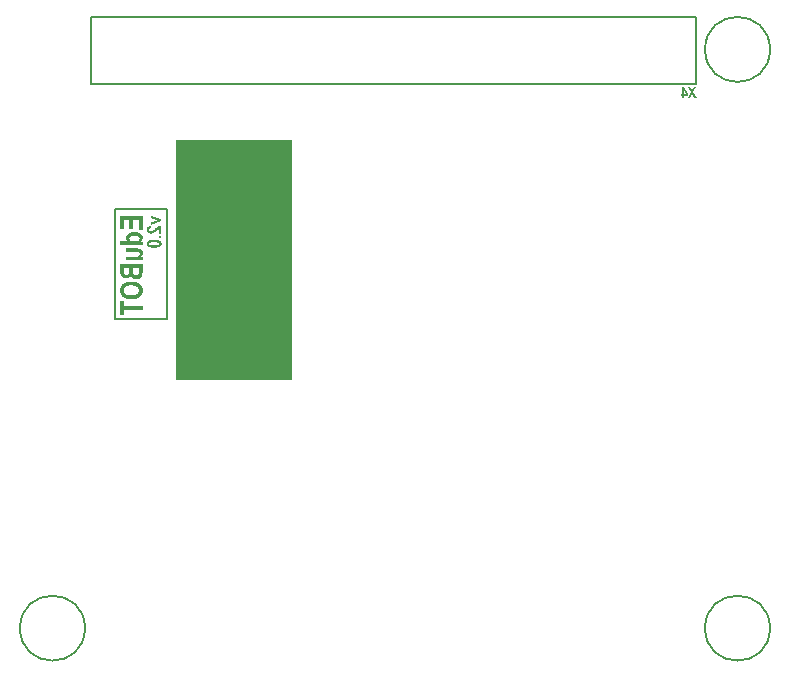
<source format=gbo>
G04 Layer_Color=32896*
%FSLAX43Y43*%
%MOMM*%
G71*
G01*
G75*
%ADD11C,0.200*%
%ADD49C,0.150*%
%ADD85R,9.900X20.400*%
G36*
X11125Y33819D02*
Y33758D01*
Y33703D01*
X11122Y33653D01*
Y33608D01*
X11119Y33567D01*
X11117Y33530D01*
Y33500D01*
X11114Y33472D01*
X11111Y33450D01*
X11108Y33431D01*
Y33417D01*
X11106Y33403D01*
Y33394D01*
X11103Y33389D01*
Y33383D01*
X11086Y33336D01*
X11061Y33292D01*
X11033Y33250D01*
X11003Y33217D01*
X10975Y33189D01*
X10950Y33167D01*
X10933Y33156D01*
X10931Y33150D01*
X10928D01*
X10872Y33117D01*
X10814Y33092D01*
X10756Y33075D01*
X10700Y33061D01*
X10653Y33056D01*
X10634Y33053D01*
X10614D01*
X10600Y33050D01*
X10581D01*
X10520Y33053D01*
X10464Y33061D01*
X10417Y33075D01*
X10375Y33089D01*
X10339Y33103D01*
X10314Y33117D01*
X10300Y33125D01*
X10295Y33128D01*
X10253Y33158D01*
X10217Y33195D01*
X10189Y33231D01*
X10167Y33264D01*
X10151Y33297D01*
X10137Y33322D01*
X10131Y33339D01*
X10128Y33342D01*
Y33345D01*
X10106Y33308D01*
X10081Y33278D01*
X10053Y33253D01*
X10028Y33228D01*
X10003Y33211D01*
X9984Y33197D01*
X9973Y33189D01*
X9967Y33186D01*
X9926Y33167D01*
X9881Y33150D01*
X9840Y33139D01*
X9801Y33133D01*
X9770Y33128D01*
X9742Y33125D01*
X9720D01*
X9667Y33128D01*
X9618Y33136D01*
X9573Y33147D01*
X9534Y33161D01*
X9504Y33175D01*
X9479Y33186D01*
X9465Y33195D01*
X9459Y33197D01*
X9418Y33225D01*
X9384Y33253D01*
X9357Y33283D01*
X9334Y33308D01*
X9318Y33333D01*
X9304Y33353D01*
X9298Y33364D01*
X9295Y33369D01*
X9287Y33392D01*
X9279Y33414D01*
X9268Y33469D01*
X9259Y33528D01*
X9254Y33586D01*
X9251Y33639D01*
X9248Y33664D01*
Y33683D01*
Y33700D01*
Y33714D01*
Y33722D01*
Y33725D01*
Y34341D01*
X11125D01*
Y33819D01*
D02*
G37*
G36*
X12725Y36908D02*
X12503D01*
Y37301D01*
X12479Y37288D01*
X12458Y37275D01*
X12451Y37270D01*
X12444Y37264D01*
X12440Y37262D01*
X12438Y37260D01*
X12421Y37247D01*
X12401Y37231D01*
X12379Y37210D01*
X12355Y37190D01*
X12332Y37171D01*
X12314Y37155D01*
X12307Y37149D01*
X12301Y37144D01*
X12299Y37142D01*
X12297Y37140D01*
X12257Y37105D01*
X12219Y37075D01*
X12188Y37049D01*
X12160Y37029D01*
X12140Y37014D01*
X12123Y37003D01*
X12114Y36997D01*
X12110Y36996D01*
X12082Y36981D01*
X12057Y36966D01*
X12032Y36955D01*
X12010Y36946D01*
X11992Y36940D01*
X11979Y36934D01*
X11970Y36931D01*
X11966D01*
X11938Y36923D01*
X11912Y36918D01*
X11886Y36914D01*
X11864Y36910D01*
X11844D01*
X11829Y36908D01*
X11790D01*
X11766Y36912D01*
X11721Y36921D01*
X11681Y36934D01*
X11645Y36949D01*
X11616Y36966D01*
X11603Y36973D01*
X11594Y36979D01*
X11586Y36984D01*
X11581Y36988D01*
X11577Y36990D01*
X11575Y36992D01*
X11557Y37008D01*
X11540Y37025D01*
X11527Y37044D01*
X11514Y37064D01*
X11503Y37084D01*
X11495Y37105D01*
X11483Y37144D01*
X11475Y37181D01*
X11473Y37195D01*
X11471Y37210D01*
X11470Y37221D01*
Y37229D01*
Y37234D01*
Y37236D01*
X11471Y37262D01*
X11473Y37288D01*
X11484Y37334D01*
X11497Y37375D01*
X11514Y37408D01*
X11531Y37436D01*
X11540Y37445D01*
X11545Y37455D01*
X11551Y37462D01*
X11557Y37468D01*
X11558Y37470D01*
X11560Y37471D01*
X11579Y37488D01*
X11597Y37501D01*
X11642Y37525D01*
X11688Y37544D01*
X11733Y37557D01*
X11755Y37562D01*
X11775Y37568D01*
X11794Y37570D01*
X11808Y37573D01*
X11821Y37575D01*
X11831D01*
X11838Y37577D01*
X11840D01*
X11866Y37381D01*
X11831Y37377D01*
X11801Y37371D01*
X11775Y37364D01*
X11753Y37355D01*
X11733Y37344D01*
X11718Y37333D01*
X11705Y37320D01*
X11694Y37307D01*
X11686Y37294D01*
X11681Y37283D01*
X11673Y37260D01*
X11671Y37253D01*
X11670Y37245D01*
Y37242D01*
Y37240D01*
X11671Y37220D01*
X11677Y37199D01*
X11683Y37183D01*
X11690Y37170D01*
X11699Y37158D01*
X11705Y37151D01*
X11710Y37146D01*
X11712Y37144D01*
X11729Y37131D01*
X11749Y37121D01*
X11770Y37116D01*
X11790Y37110D01*
X11808Y37108D01*
X11823Y37107D01*
X11836D01*
X11864Y37108D01*
X11892Y37114D01*
X11918Y37121D01*
X11940Y37129D01*
X11960Y37136D01*
X11975Y37144D01*
X11984Y37149D01*
X11988Y37151D01*
X11999Y37158D01*
X12012Y37168D01*
X12042Y37190D01*
X12073Y37216D01*
X12107Y37244D01*
X12138Y37270D01*
X12153Y37281D01*
X12164Y37292D01*
X12173Y37299D01*
X12181Y37307D01*
X12186Y37310D01*
X12188Y37312D01*
X12221Y37342D01*
X12255Y37368D01*
X12284Y37394D01*
X12312Y37416D01*
X12340Y37436D01*
X12364Y37453D01*
X12386Y37470D01*
X12407Y37482D01*
X12425Y37495D01*
X12440Y37507D01*
X12455Y37514D01*
X12466Y37521D01*
X12475Y37527D01*
X12481Y37529D01*
X12484Y37533D01*
X12486D01*
X12529Y37551D01*
X12571Y37566D01*
X12612Y37579D01*
X12647Y37586D01*
X12679Y37592D01*
X12692Y37595D01*
X12703Y37597D01*
X12712D01*
X12719Y37599D01*
X12725D01*
Y36908D01*
D02*
G37*
G36*
Y36538D02*
X12484D01*
Y36734D01*
X12725D01*
Y36538D01*
D02*
G37*
G36*
X9565Y30765D02*
X11125D01*
Y30454D01*
X9565D01*
Y29999D01*
X9248D01*
Y31223D01*
X9565D01*
Y30765D01*
D02*
G37*
G36*
X10284Y32848D02*
X10364Y32842D01*
X10439Y32831D01*
X10509Y32817D01*
X10573Y32800D01*
X10631Y32781D01*
X10686Y32761D01*
X10736Y32739D01*
X10778Y32720D01*
X10817Y32700D01*
X10850Y32681D01*
X10878Y32664D01*
X10897Y32650D01*
X10914Y32639D01*
X10922Y32634D01*
X10925Y32631D01*
X10967Y32592D01*
X11000Y32553D01*
X11031Y32509D01*
X11058Y32467D01*
X11081Y32423D01*
X11100Y32378D01*
X11114Y32337D01*
X11128Y32295D01*
X11136Y32256D01*
X11144Y32220D01*
X11147Y32187D01*
X11153Y32159D01*
Y32137D01*
X11156Y32117D01*
Y32106D01*
Y32104D01*
X11153Y32042D01*
X11144Y31987D01*
X11133Y31931D01*
X11119Y31881D01*
X11100Y31834D01*
X11081Y31793D01*
X11061Y31754D01*
X11039Y31718D01*
X11017Y31684D01*
X10997Y31657D01*
X10975Y31634D01*
X10958Y31615D01*
X10945Y31598D01*
X10933Y31587D01*
X10925Y31582D01*
X10922Y31579D01*
X10870Y31540D01*
X10814Y31507D01*
X10756Y31476D01*
X10695Y31451D01*
X10634Y31429D01*
X10573Y31409D01*
X10514Y31396D01*
X10456Y31384D01*
X10400Y31376D01*
X10350Y31368D01*
X10303Y31362D01*
X10264Y31360D01*
X10231Y31357D01*
X10187D01*
X10103Y31360D01*
X10023Y31365D01*
X9948Y31376D01*
X9878Y31390D01*
X9815Y31404D01*
X9756Y31423D01*
X9704Y31440D01*
X9654Y31459D01*
X9612Y31479D01*
X9576Y31498D01*
X9543Y31518D01*
X9518Y31532D01*
X9495Y31546D01*
X9481Y31557D01*
X9473Y31562D01*
X9470Y31565D01*
X9426Y31607D01*
X9387Y31648D01*
X9354Y31693D01*
X9323Y31737D01*
X9301Y31781D01*
X9279Y31826D01*
X9262Y31870D01*
X9248Y31912D01*
X9240Y31951D01*
X9232Y31987D01*
X9226Y32020D01*
X9221Y32048D01*
Y32070D01*
X9218Y32090D01*
Y32101D01*
Y32104D01*
X9223Y32187D01*
X9234Y32262D01*
X9251Y32328D01*
X9270Y32387D01*
X9282Y32409D01*
X9293Y32431D01*
X9301Y32451D01*
X9309Y32467D01*
X9315Y32478D01*
X9320Y32487D01*
X9326Y32492D01*
Y32495D01*
X9370Y32550D01*
X9420Y32603D01*
X9473Y32645D01*
X9526Y32684D01*
X9573Y32714D01*
X9595Y32725D01*
X9612Y32734D01*
X9629Y32742D01*
X9640Y32748D01*
X9645Y32753D01*
X9648D01*
X9690Y32770D01*
X9734Y32786D01*
X9826Y32809D01*
X9917Y32825D01*
X10006Y32839D01*
X10045Y32842D01*
X10084Y32845D01*
X10117Y32848D01*
X10145D01*
X10167Y32850D01*
X10201D01*
X10284Y32848D01*
D02*
G37*
G36*
X12725Y38127D02*
Y37949D01*
X11818Y37651D01*
Y37853D01*
X12282Y37995D01*
X12436Y38038D01*
X12282Y38079D01*
X11818Y38218D01*
Y38425D01*
X12725Y38127D01*
D02*
G37*
G36*
X10697Y35657D02*
X10761Y35654D01*
X10814Y35646D01*
X10856Y35638D01*
X10892Y35632D01*
X10917Y35624D01*
X10931Y35621D01*
X10936Y35618D01*
X10972Y35602D01*
X11006Y35579D01*
X11033Y35560D01*
X11058Y35538D01*
X11075Y35521D01*
X11089Y35504D01*
X11097Y35493D01*
X11100Y35491D01*
X11119Y35457D01*
X11133Y35421D01*
X11142Y35388D01*
X11147Y35357D01*
X11153Y35332D01*
X11156Y35313D01*
Y35299D01*
Y35293D01*
X11153Y35255D01*
X11147Y35216D01*
X11136Y35180D01*
X11125Y35149D01*
X11114Y35121D01*
X11103Y35102D01*
X11097Y35091D01*
X11094Y35085D01*
X11069Y35049D01*
X11042Y35019D01*
X11014Y34991D01*
X10986Y34966D01*
X10961Y34949D01*
X10942Y34935D01*
X10928Y34927D01*
X10922Y34924D01*
X11125D01*
Y34647D01*
X9765D01*
Y34944D01*
X10434D01*
X10475Y34946D01*
X10511D01*
X10545Y34949D01*
X10575D01*
X10600Y34952D01*
X10623Y34955D01*
X10642Y34957D01*
X10659D01*
X10670Y34960D01*
X10681Y34963D01*
X10695Y34966D01*
X10697D01*
X10725Y34974D01*
X10753Y34985D01*
X10775Y34999D01*
X10795Y35013D01*
X10809Y35027D01*
X10822Y35035D01*
X10828Y35044D01*
X10831Y35046D01*
X10847Y35069D01*
X10858Y35094D01*
X10870Y35116D01*
X10875Y35138D01*
X10878Y35155D01*
X10881Y35168D01*
Y35180D01*
Y35182D01*
X10878Y35205D01*
X10875Y35227D01*
X10870Y35246D01*
X10861Y35263D01*
X10853Y35274D01*
X10847Y35285D01*
X10845Y35291D01*
X10842Y35293D01*
X10825Y35307D01*
X10809Y35321D01*
X10772Y35338D01*
X10756Y35346D01*
X10742Y35349D01*
X10734Y35352D01*
X10731D01*
X10714Y35354D01*
X10695D01*
X10672Y35357D01*
X10647D01*
X10592Y35360D01*
X10534D01*
X10478Y35363D01*
X9765D01*
Y35660D01*
X10628D01*
X10697Y35657D01*
D02*
G37*
G36*
X57288Y48740D02*
Y48581D01*
X56968D01*
Y48389D01*
X56823D01*
Y48581D01*
X56726D01*
Y48742D01*
X56823D01*
Y49345D01*
X56950D01*
X57288Y48740D01*
D02*
G37*
G36*
X12171Y36375D02*
X12231Y36373D01*
X12286Y36368D01*
X12336Y36362D01*
X12382Y36357D01*
X12423Y36347D01*
X12458Y36340D01*
X12492Y36331D01*
X12519Y36323D01*
X12544Y36314D01*
X12562Y36307D01*
X12579Y36301D01*
X12592Y36294D01*
X12599Y36290D01*
X12605Y36288D01*
X12606Y36286D01*
X12631Y36268D01*
X12653Y36249D01*
X12671Y36229D01*
X12686Y36209D01*
X12701Y36188D01*
X12712Y36170D01*
X12721Y36149D01*
X12729Y36131D01*
X12738Y36096D01*
X12742Y36081D01*
X12744Y36068D01*
Y36059D01*
X12745Y36051D01*
Y36046D01*
Y36044D01*
X12744Y36016D01*
X12740Y35990D01*
X12732Y35966D01*
X12723Y35944D01*
X12701Y35903D01*
X12675Y35868D01*
X12649Y35840D01*
X12638Y35829D01*
X12627Y35820D01*
X12618Y35812D01*
X12610Y35807D01*
X12606Y35805D01*
X12605Y35803D01*
X12575Y35786D01*
X12542Y35772D01*
X12507Y35760D01*
X12468Y35749D01*
X12384Y35733D01*
X12303Y35722D01*
X12264Y35718D01*
X12227Y35716D01*
X12195Y35712D01*
X12166D01*
X12142Y35710D01*
X12108D01*
X12044Y35712D01*
X11986Y35714D01*
X11931Y35720D01*
X11882Y35725D01*
X11836Y35733D01*
X11795Y35740D01*
X11760Y35748D01*
X11727Y35757D01*
X11699Y35766D01*
X11675Y35773D01*
X11657Y35781D01*
X11640Y35788D01*
X11627Y35794D01*
X11620Y35799D01*
X11614Y35801D01*
X11612Y35803D01*
X11586Y35822D01*
X11566Y35840D01*
X11545Y35860D01*
X11529Y35881D01*
X11516Y35901D01*
X11505Y35920D01*
X11495Y35940D01*
X11488Y35959D01*
X11477Y35994D01*
X11473Y36009D01*
X11471Y36022D01*
X11470Y36031D01*
Y36038D01*
Y36044D01*
Y36046D01*
X11471Y36073D01*
X11475Y36099D01*
X11483Y36123D01*
X11492Y36146D01*
X11514Y36186D01*
X11540Y36222D01*
X11568Y36249D01*
X11579Y36260D01*
X11590Y36270D01*
X11599Y36277D01*
X11607Y36283D01*
X11610Y36284D01*
X11612Y36286D01*
X11642Y36303D01*
X11675Y36316D01*
X11710Y36329D01*
X11749Y36338D01*
X11831Y36355D01*
X11912Y36366D01*
X11951Y36370D01*
X11988Y36371D01*
X12021Y36373D01*
X12049Y36375D01*
X12073Y36377D01*
X12107D01*
X12171Y36375D01*
D02*
G37*
G36*
X57766Y48886D02*
X58037Y48389D01*
X57848D01*
X57673Y48714D01*
X57498Y48389D01*
X57310D01*
X57580Y48886D01*
X57335Y49342D01*
X57518D01*
X57673Y49056D01*
X57828Y49342D01*
X58012D01*
X57766Y48886D01*
D02*
G37*
G36*
X10503Y37031D02*
X10561Y37029D01*
X10617Y37020D01*
X10667Y37012D01*
X10714Y37004D01*
X10759Y36990D01*
X10797Y36979D01*
X10833Y36965D01*
X10864Y36954D01*
X10892Y36940D01*
X10917Y36929D01*
X10936Y36920D01*
X10950Y36909D01*
X10961Y36904D01*
X10967Y36901D01*
X10970Y36898D01*
X11003Y36870D01*
X11031Y36845D01*
X11056Y36818D01*
X11078Y36787D01*
X11094Y36759D01*
X11111Y36734D01*
X11133Y36682D01*
X11144Y36637D01*
X11150Y36618D01*
X11153Y36601D01*
X11156Y36590D01*
Y36579D01*
Y36573D01*
Y36570D01*
X11153Y36534D01*
X11147Y36501D01*
X11139Y36468D01*
X11128Y36440D01*
X11117Y36415D01*
X11108Y36398D01*
X11103Y36384D01*
X11100Y36382D01*
X11075Y36348D01*
X11047Y36318D01*
X11019Y36290D01*
X10992Y36268D01*
X10967Y36248D01*
X10947Y36232D01*
X10933Y36223D01*
X10928Y36221D01*
X11125D01*
Y35946D01*
X9248D01*
Y36243D01*
X9926D01*
X9892Y36268D01*
X9865Y36296D01*
X9840Y36321D01*
X9820Y36343D01*
X9804Y36362D01*
X9792Y36379D01*
X9787Y36390D01*
X9784Y36393D01*
X9767Y36423D01*
X9756Y36454D01*
X9745Y36484D01*
X9740Y36509D01*
X9737Y36534D01*
X9734Y36551D01*
Y36562D01*
Y36568D01*
X9737Y36604D01*
X9742Y36640D01*
X9751Y36670D01*
X9762Y36704D01*
X9790Y36759D01*
X9823Y36809D01*
X9856Y36848D01*
X9884Y36876D01*
X9895Y36887D01*
X9903Y36895D01*
X9909Y36898D01*
X9912Y36901D01*
X9948Y36923D01*
X9987Y36945D01*
X10070Y36979D01*
X10156Y37001D01*
X10242Y37017D01*
X10281Y37023D01*
X10320Y37026D01*
X10353Y37031D01*
X10381D01*
X10406Y37034D01*
X10439D01*
X10503Y37031D01*
D02*
G37*
G36*
X11125Y37228D02*
X10809D01*
Y38089D01*
X10298D01*
Y37314D01*
X9981D01*
Y38089D01*
X9565D01*
Y37256D01*
X9248D01*
Y38400D01*
X11125D01*
Y37228D01*
D02*
G37*
%LPC*%
G36*
X9992Y34030D02*
X9562D01*
Y33853D01*
Y33808D01*
Y33769D01*
Y33733D01*
X9565Y33703D01*
Y33675D01*
X9568Y33650D01*
Y33628D01*
Y33611D01*
X9570Y33597D01*
Y33583D01*
X9573Y33567D01*
X9576Y33558D01*
Y33555D01*
X9581Y33536D01*
X9593Y33519D01*
X9615Y33492D01*
X9626Y33481D01*
X9634Y33472D01*
X9640Y33469D01*
X9642Y33467D01*
X9662Y33453D01*
X9684Y33444D01*
X9726Y33433D01*
X9745Y33431D01*
X9759Y33428D01*
X9773D01*
X9806Y33431D01*
X9837Y33436D01*
X9862Y33442D01*
X9884Y33450D01*
X9901Y33461D01*
X9912Y33467D01*
X9920Y33472D01*
X9923Y33475D01*
X9940Y33492D01*
X9956Y33514D01*
X9967Y33533D01*
X9976Y33553D01*
X9981Y33569D01*
X9984Y33583D01*
X9987Y33594D01*
Y33597D01*
Y33608D01*
X9990Y33619D01*
Y33653D01*
Y33689D01*
X9992Y33728D01*
Y33766D01*
Y33797D01*
Y33811D01*
Y33819D01*
Y33825D01*
Y33828D01*
Y34030D01*
D02*
G37*
G36*
X10809D02*
X10306D01*
Y33780D01*
Y33744D01*
Y33711D01*
X10309Y33680D01*
Y33655D01*
X10314Y33608D01*
X10317Y33572D01*
X10323Y33547D01*
X10328Y33530D01*
X10331Y33519D01*
Y33517D01*
X10342Y33494D01*
X10353Y33472D01*
X10367Y33456D01*
X10381Y33442D01*
X10395Y33431D01*
X10403Y33422D01*
X10412Y33417D01*
X10414Y33414D01*
X10436Y33400D01*
X10461Y33389D01*
X10486Y33383D01*
X10511Y33378D01*
X10531Y33375D01*
X10548Y33372D01*
X10564D01*
X10595Y33375D01*
X10625Y33378D01*
X10650Y33383D01*
X10670Y33392D01*
X10689Y33400D01*
X10700Y33406D01*
X10709Y33408D01*
X10711Y33411D01*
X10731Y33425D01*
X10747Y33442D01*
X10761Y33456D01*
X10772Y33469D01*
X10781Y33483D01*
X10786Y33494D01*
X10789Y33500D01*
Y33503D01*
X10792Y33514D01*
X10795Y33528D01*
X10800Y33564D01*
X10803Y33603D01*
X10806Y33644D01*
X10809Y33680D01*
Y33714D01*
Y33728D01*
Y33736D01*
Y33742D01*
Y33744D01*
Y34030D01*
D02*
G37*
G36*
X10217Y32528D02*
X10187D01*
X10128Y32526D01*
X10073Y32523D01*
X10020Y32517D01*
X9973Y32509D01*
X9928Y32501D01*
X9890Y32492D01*
X9853Y32481D01*
X9820Y32470D01*
X9792Y32459D01*
X9767Y32448D01*
X9748Y32439D01*
X9731Y32431D01*
X9717Y32423D01*
X9709Y32417D01*
X9704Y32412D01*
X9701D01*
X9673Y32389D01*
X9648Y32364D01*
X9629Y32340D01*
X9609Y32312D01*
X9593Y32287D01*
X9581Y32262D01*
X9562Y32212D01*
X9551Y32170D01*
X9548Y32151D01*
X9545Y32134D01*
X9543Y32123D01*
Y32112D01*
Y32106D01*
Y32104D01*
X9545Y32070D01*
X9548Y32037D01*
X9556Y32006D01*
X9568Y31976D01*
X9593Y31923D01*
X9620Y31879D01*
X9651Y31845D01*
X9676Y31820D01*
X9687Y31809D01*
X9695Y31804D01*
X9698Y31798D01*
X9701D01*
X9731Y31776D01*
X9765Y31759D01*
X9842Y31729D01*
X9920Y31707D01*
X9998Y31693D01*
X10037Y31690D01*
X10070Y31684D01*
X10101Y31682D01*
X10128D01*
X10151Y31679D01*
X10242D01*
X10298Y31684D01*
X10348Y31690D01*
X10398Y31698D01*
X10442Y31707D01*
X10481Y31718D01*
X10517Y31729D01*
X10550Y31740D01*
X10578Y31751D01*
X10603Y31762D01*
X10625Y31773D01*
X10642Y31781D01*
X10656Y31790D01*
X10664Y31795D01*
X10670Y31798D01*
X10672Y31801D01*
X10700Y31823D01*
X10725Y31848D01*
X10745Y31873D01*
X10764Y31898D01*
X10778Y31923D01*
X10792Y31948D01*
X10811Y31998D01*
X10822Y32040D01*
X10825Y32056D01*
X10828Y32073D01*
X10831Y32087D01*
Y32095D01*
Y32101D01*
Y32104D01*
X10828Y32137D01*
X10822Y32167D01*
X10817Y32198D01*
X10806Y32226D01*
X10781Y32278D01*
X10750Y32323D01*
X10720Y32359D01*
X10695Y32384D01*
X10684Y32392D01*
X10675Y32401D01*
X10672Y32403D01*
X10670Y32406D01*
X10636Y32428D01*
X10603Y32445D01*
X10525Y32476D01*
X10445Y32498D01*
X10367Y32512D01*
X10331Y32517D01*
X10298Y32523D01*
X10267Y32526D01*
X10239D01*
X10217Y32528D01*
D02*
G37*
G36*
X56968Y49066D02*
Y48742D01*
X57149D01*
X56968Y49066D01*
D02*
G37*
G36*
X12155Y36170D02*
X12057D01*
X12010Y36168D01*
X11970Y36166D01*
X11932Y36164D01*
X11899Y36162D01*
X11870Y36159D01*
X11844Y36157D01*
X11821Y36153D01*
X11803Y36149D01*
X11786Y36147D01*
X11773Y36144D01*
X11764Y36142D01*
X11757Y36140D01*
X11751Y36138D01*
X11747Y36136D01*
X11721Y36123D01*
X11703Y36109D01*
X11688Y36092D01*
X11679Y36077D01*
X11673Y36064D01*
X11671Y36053D01*
X11670Y36046D01*
Y36044D01*
X11673Y36023D01*
X11683Y36005D01*
X11694Y35990D01*
X11708Y35977D01*
X11723Y35966D01*
X11734Y35959D01*
X11744Y35955D01*
X11747Y35953D01*
X11764Y35947D01*
X11784Y35942D01*
X11808Y35936D01*
X11836Y35933D01*
X11864Y35929D01*
X11895Y35927D01*
X11957Y35922D01*
X11986D01*
X12014Y35920D01*
X12040D01*
X12062Y35918D01*
X12160D01*
X12207Y35920D01*
X12247Y35922D01*
X12284Y35923D01*
X12318Y35925D01*
X12347Y35929D01*
X12373Y35933D01*
X12395Y35935D01*
X12414Y35938D01*
X12431Y35942D01*
X12444Y35946D01*
X12453Y35947D01*
X12460Y35949D01*
X12466Y35951D01*
X12468Y35953D01*
X12469D01*
X12495Y35966D01*
X12514Y35981D01*
X12527Y35996D01*
X12536Y36010D01*
X12542Y36023D01*
X12544Y36035D01*
X12545Y36042D01*
Y36044D01*
X12542Y36064D01*
X12534Y36083D01*
X12521Y36099D01*
X12507Y36112D01*
X12494Y36123D01*
X12481Y36131D01*
X12473Y36134D01*
X12469Y36136D01*
X12453Y36142D01*
X12432Y36147D01*
X12408Y36151D01*
X12381Y36155D01*
X12353Y36159D01*
X12321Y36162D01*
X12260Y36166D01*
X12231D01*
X12203Y36168D01*
X12177D01*
X12155Y36170D01*
D02*
G37*
G36*
X10448Y36731D02*
X10417D01*
X10345Y36729D01*
X10284Y36720D01*
X10231Y36709D01*
X10189Y36695D01*
X10156Y36684D01*
X10131Y36673D01*
X10117Y36665D01*
X10112Y36662D01*
X10078Y36634D01*
X10053Y36604D01*
X10034Y36576D01*
X10023Y36548D01*
X10015Y36523D01*
X10012Y36504D01*
X10009Y36493D01*
Y36487D01*
X10015Y36448D01*
X10026Y36415D01*
X10042Y36384D01*
X10062Y36359D01*
X10081Y36340D01*
X10098Y36323D01*
X10109Y36315D01*
X10114Y36312D01*
X10134Y36301D01*
X10159Y36290D01*
X10209Y36273D01*
X10267Y36260D01*
X10320Y36251D01*
X10370Y36246D01*
X10392D01*
X10412Y36243D01*
X10450D01*
X10525Y36246D01*
X10589Y36254D01*
X10645Y36265D01*
X10689Y36279D01*
X10725Y36293D01*
X10750Y36304D01*
X10764Y36312D01*
X10770Y36315D01*
X10803Y36343D01*
X10828Y36371D01*
X10847Y36398D01*
X10858Y36423D01*
X10867Y36448D01*
X10870Y36465D01*
X10872Y36476D01*
Y36482D01*
X10870Y36507D01*
X10864Y36532D01*
X10858Y36554D01*
X10850Y36573D01*
X10842Y36590D01*
X10833Y36601D01*
X10831Y36609D01*
X10828Y36612D01*
X10809Y36632D01*
X10789Y36651D01*
X10745Y36679D01*
X10725Y36687D01*
X10709Y36695D01*
X10697Y36698D01*
X10695Y36701D01*
X10656Y36712D01*
X10611Y36718D01*
X10567Y36723D01*
X10523Y36729D01*
X10481D01*
X10448Y36731D01*
D02*
G37*
%LPD*%
D11*
X64250Y3500D02*
G03*
X64250Y3500I-2750J0D01*
G01*
X6250D02*
G03*
X6250Y3500I-2750J0D01*
G01*
X64250Y52500D02*
G03*
X64250Y52500I-2750J0D01*
G01*
X8825Y29692D02*
X13175Y29692D01*
X13225Y29742D01*
X13225Y38967D01*
X8825Y38967D02*
X13225Y38967D01*
X8825Y38967D02*
X8825Y29692D01*
D49*
X6791Y49553D02*
X57951D01*
X6791Y55253D02*
X57951D01*
X6791Y49553D02*
Y55253D01*
X57951Y49553D02*
Y55253D01*
D85*
X18900Y34675D02*
D03*
M02*

</source>
